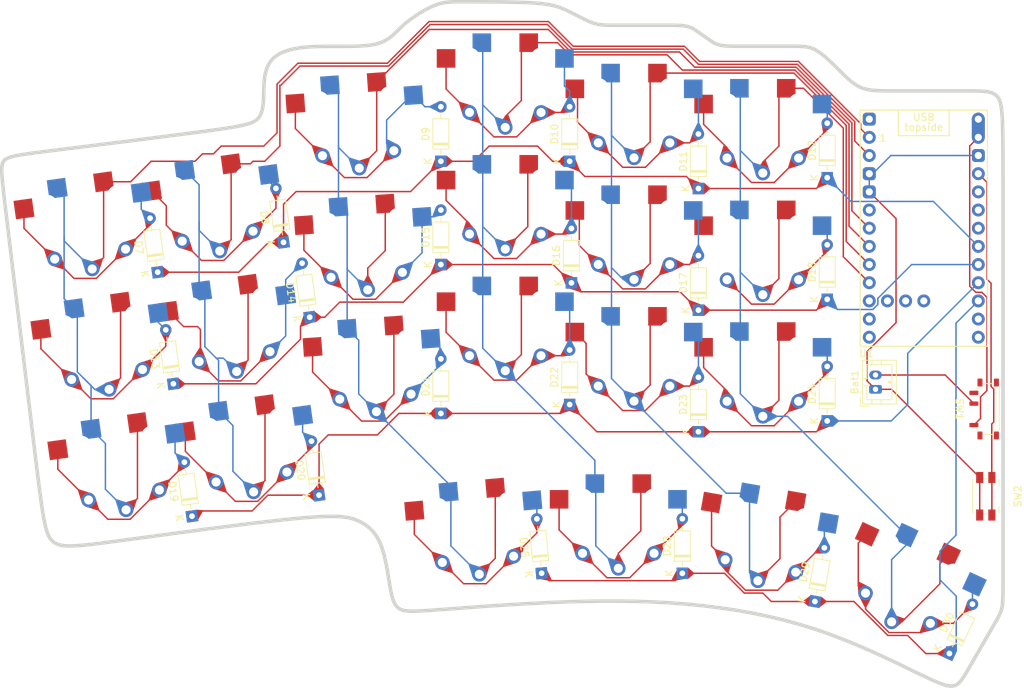
<source format=kicad_pcb>
(kicad_pcb (version 20240108) (generator "pcbnew") (generator_version "8.0")
  (layers (0 "F.Cu" signal) (31 "B.Cu" signal) (34 "B.Paste" user) (35 "F.Paste" user) (36 "B.SilkS" user "B.Silkscreen") (37 "F.SilkS" user "F.Silkscreen") (38 "B.Mask" user) (39 "F.Mask" user) (44 "Edge.Cuts" user))
  (net 0 "")
  (net 1 "Col 0")
  (net 2 "Col 1")
  (net 3 "Col 2")
  (net 4 "Col 3")
  (net 5 "Col 4")
  (net 6 "Col 5")
  (net 7 "Net-(D7-A)")
  (net 8 "Net-(D8-A)")
  (net 9 "Net-(D9-A)")
  (net 10 "Net-(D10-A)")
  (net 11 "Net-(D11-A)")
  (net 12 "Net-(D12-A)")
  (net 13 "Net-(D13-A)")
  (net 14 "Net-(D14-A)")
  (net 15 "Net-(D15-A)")
  (net 16 "Net-(D16-A)")
  (net 17 "Net-(D17-A)")
  (net 18 "Net-(D18-A)")
  (net 19 "Net-(D19-A)")
  (net 20 "Net-(D20-A)")
  (net 21 "Net-(D21-A)")
  (net 22 "Net-(D22-A)")
  (net 23 "Net-(D23-A)")
  (net 24 "Net-(D24-A)")
  (net 25 "Net-(D28-A)")
  (net 26 "Net-(D29-A)")
  (net 27 "Net-(D30-A)")
  (net 28 "Row 1")
  (net 29 "Row 2")
  (net 30 "Row 3")
  (net 31 "Row 0")
  (net 32 "Net-(D25-A)")
  (net 37 "RST")
  (net 38 "GND")
  (net 48 "BAT")
  (net 49 "Net-(Bat1-Pin_2)")
  (footprint "sighol:Kailh_socket_PG1350_optional_reversible_clean" (layer "F.Cu") (at 135.06561 117.607)
    (property "Reference" "CH28")
    (property "Value" "KS33_SW_HS")
  )
  (footprint "sighol:Kailh_socket_PG1350_optional_reversible_clean" (layer "F.Cu") (at 78.533114 73.312886 8)
    (property "Reference" "CH8")
    (property "Value" "KS33_SW_HS")
  )
  (footprint "Connector_JST:JST_PH_B2B-PH-K_1x02_P2.00mm_Vertical" (layer "F.Cu") (at 171.015 98.482 90)
    (property "Reference" "Bat1")
    (property "Value" "Battery")
  )
  (footprint "sighol:Kailh_socket_PG1350_optional_reversible_clean" (layer "F.Cu") (at 155.265 96.357)
    (property "Reference" "CH24")
    (property "Value" "KS33_SW_HS")
  )
  (footprint "sighol:D_DO-35_SOD27_P7.62mm_Horizontal" (layer "F.Cu") (at 146.265 70.417 90)
    (property "Reference" "D11")
    (property "Value" "D_Small")
  )
  (footprint "sighol:Kailh_socket_PG1350_optional_reversible_clean" (layer "F.Cu") (at 137.265 94.232)
    (property "Reference" "CH23")
    (property "Value" "KS33_SW_HS")
  )
  (footprint "sighol:D_DO-35_SOD27_P7.62mm_Horizontal" (layer "F.Cu") (at 128.265 66.607 90)
    (property "Reference" "D10")
    (property "Value" "D_Small")
  )
  (footprint "sighol:Kailh_socket_PG1350_optional_reversible_clean" (layer "F.Cu") (at 175.759692 125.635943 -25)
    (property "Reference" "CH30")
    (property "Value" "KS33_SW_HS")
  )
  (footprint "sighol:Kailh_socket_PG1350_optional_reversible_clean" (layer "F.Cu") (at 80.899057 90.147443 8)
    (property "Reference" "CH14")
    (property "Value" "KS33_SW_HS")
  )
  (footprint "sighol:Kailh_socket_PG1350_optional_reversible_clean" (layer "F.Cu") (at 155.265 62.357)
    (property "Reference" "CH12")
    (property "Value" "KS33_SW_HS")
  )
  (footprint "sighol:Kailh_socket_PG1350_optional_reversible_clean" (layer "F.Cu") (at 137.265 60.232)
    (property "Reference" "CH11")
    (property "Value" "KS33_SW_HS")
  )
  (footprint "sighol:D_DO-35_SOD27_P7.62mm_Horizontal" (layer "F.Cu") (at 144.015 124.196542 90)
    (property "Reference" "D28")
    (property "Value" "D_Small")
  )
  (footprint "sighol:D_DO-35_SOD27_P7.62mm_Horizontal" (layer "F.Cu") (at 164.265 102.902 90)
    (property "Reference" "D24")
    (property "Value" "D_Small")
  )
  (footprint "sighol:Kailh_socket_PG1350_optional_reversible_clean" (layer "F.Cu") (at 98.443544 61.687463 4)
    (property "Reference" "CH9")
    (property "Value" "KS33_SW_HS")
  )
  (footprint "sighol:Kailh_socket_PG1350_optional_reversible_clean" (layer "F.Cu") (at 63.074232 92.652559 8)
    (property "Reference" "CH13")
    (property "Value" "KS33_SW_HS")
  )
  (footprint "sighol:Kailh_socket_PG1350_optional_reversible_clean" (layer "F.Cu") (at 137.265 77.232)
    (property "Reference" "CH17")
    (property "Value" "KS33_SW_HS")
  )
  (footprint "sighol:D_DO-35_SOD27_P7.62mm_Horizontal" (layer "F.Cu") (at 93.237911 113.275285 98)
    (property "Reference" "D20")
    (property "Value" "D_Small")
  )
  (footprint "sighol:D_DO-35_SOD27_P7.62mm_Horizontal" (layer "F.Cu") (at 181.344825 135.414575 65)
    (property "Reference" "D30")
    (property "Value" "D_Small")
  )
  (footprint "sighol:Kailh_socket_PG1350_optional_reversible_clean" (layer "F.Cu") (at 83.265 106.982 8)
    (property "Reference" "CH20")
    (property "Value" "KS33_SW_HS")
  )
  (footprint "PCM_marbastlib-xp-promicroish:nice_nano_AH_USBup" (layer "F.Cu") (at 177.765 77.232)
    (property "Reference" "U1")
    (property "Value" "nice_nano")
  )
  (footprint "sighol:D_DO-35_SOD27_P7.62mm_Horizontal" (layer "F.Cu") (at 164.265 85.902 90)
    (property "Reference" "D18")
    (property "Value" "D_Small")
  )
  (footprint "sighol:Kailh_socket_PG1350_optional_reversible_clean" (layer "F.Cu") (at 60.708289 75.818001 8)
    (property "Reference" "CH7")
    (property "Value" "KS33_SW_HS")
  )
  (footprint "sighol:D_DO-35_SOD27_P7.62mm_Horizontal" (layer "F.Cu") (at 91.930447 88.399816 98)
    (property "Reference" "D14")
    (property "Value" "D_Small")
  )
  (footprint "PCM_marbastlib-various:SW_MSK12C02-HB" (layer "F.Cu") (at 186.765 101.232 -90)
    (property "Reference" "SW1")
    (property "Value" "SW_DIP_x01")
  )
  (footprint "sighol:Kailh_socket_PG1350_optional_reversible_clean" (layer "F.Cu") (at 119.265 55.982)
    (property "Reference" "CH10")
    (property "Value" "KS33_SW_HS")
  )
  (footprint "sighol:D_DO-35_SOD27_P7.62mm_Horizontal" (layer "F.Cu") (at 146.265 104.417 90)
    (property "Reference" "D23")
    (property "Value" "D_Small")
  )
  (footprint "sighol:D_DO-35_SOD27_P7.62mm_Horizontal" (layer "F.Cu") (at 88.271519 77.937569 98)
    (property "Reference" "D8")
    (property "Value" "D_Small")
  )
  (footprint "sighol:D_DO-35_SOD27_P7.62mm_Horizontal" (layer "F.Cu") (at 110.265 66.607 90)
    (property "Reference" "D9")
    (property "Value" "D_Small")
  )
  (footprint "sighol:Kailh_socket_PG1350_optional_reversible_clean" (layer "F.Cu") (at 100.845864 95.718366 4)
    (property "Reference" "CH21")
    (property "Value" "KS33_SW_HS")
  )
  (footprint "sighol:Kailh_socket_PG1350_optional_reversible_clean" (layer "F.Cu") (at 119.265 89.982)
    (property "Reference" "CH22")
    (property "Value" "KS33_SW_HS")
  )
  (footprint "sighol:Kailh_socket_PG1350_optional_reversible_clean" (layer "F.Cu") (at 155.265 79.357)
    (property "Reference" "CH18")
    (property "Value" "KS33_SW_HS")
  )
  (footprint "sighol:Kailh_socket_PG1350_optional_reversible_clean" (layer "F.Cu") (at 155.598557 119.431477 -10)
    (property "Reference" "CH29")
    (property "Value" "KS33_SW_HS")
  )
  (footprint "sighol:D_DO-35_SOD27_P7.62mm_Horizontal" (layer "F.Cu") (at 72.873873 97.71296 98)
    (property "Reference" "D13")
    (property "Value" "D_Small")
  )
  (footprint "sighol:Kailh_socket_PG1350_optional_reversible_clean" (layer "F.Cu") (at 119.265 72.982)
    (property "Reference" "CH16")
    (property "Value" "KS33_SW_HS")
  )
  (footprint "sighol:D_DO-35_SOD27_P7.62mm_Horizontal" (layer "F.Cu") (at 162.543401 128.138657 80)
    (property "Reference" "D29")
    (property "Value" "D_Small")
  )
  (footprint "sighol:D_DO-35_SOD27_P7.62mm_Horizontal" (layer "F.Cu") (at 128.265 100.607 90)
    (property "Reference" "D22")
    (property "Value" "D_Small")
  )
  (footprint "sighol:D_DO-35_SOD27_P7.62mm_Horizontal" (layer "F.Cu") (at 110.265 81.042 90)
    (property "Reference" "D15")
    (property "Value" "D_Small")
  )
  (footprint "sighol:D_DO-35_SOD27_P7.62mm_Horizontal" (layer "F.Cu") (at 70.681201 82.111286 98)
    (property "Reference" "D7")
    (property "Value" "D_Small")
  )
  (footprint "sighol:D_DO-35_SOD27_P7.62mm_Horizontal" (layer "F.Cu") (at 164.265 68.902 90)
    (property "Reference" "D12")
    (property "Value" "D_Small")
  )
  (footprint "sighol:D_DO-35_SOD27_P7.62mm_Horizontal" (layer "F.Cu") (at 124.347064 124.182044 95)
    (property "Reference" "D25")
    (property "Value" "D_Small")
  )
  (footprint "sighol:D_DO-35_SOD27_P7.62mm_Horizontal" (layer "F.Cu") (at 75.474322 116.216118 98)
    (property "Reference" "D19")
    (property "Value" "D_Small")
  )
  (footprint "Button_Switch_SMD:Panasonic_EVQPUJ_EVQPUA" (layer "F.Cu") (at 186.43 113.432 -90)
    (property "Reference" "SW2")
    (property "Value" "SW_Push")
  )
  (footprint "sighol:D_DO-35_SOD27_P7.62mm_Horizontal" (layer "F.Cu") (at 146.265 87.417 90)
    (property "Reference" "D17")
    (property "Value" "D_Small")
  )
  (footprint "sighol:Kailh_socket_PG1350_optional_reversible_clean" (layer "F.Cu") (at 99.636458 78.693867 4)
    (property "Reference" "CH15")
    (property "Value" "KS33_SW_HS")
  )
  (footprint "sighol:D_DO-35_SOD27_P7.62mm_Horizontal" (layer "F.Cu") (at 110.265 101.852 90)
    (property "Reference" "D21")
    (property "Value" "D_Small")
  )
  (footprint "sighol:Kailh_socket_PG1350_optional_reversible_clean" (layer "F.Cu") (at 115.121654 118.460427 5)
    (property "Reference" "CH25")
    (property "Value" "KS33_SW_HS")
  )
  (footprint "sighol:Kailh_socket_PG1350_optional_reversible_clean" (layer "F.Cu") (at 65.440174 109.487116 8)
    (property "Reference" "CH19")
    (property "Value" "KS33_SW_HS")
  )
  (footprint "sighol:D_DO-35_SOD27_P7.62mm_Horizontal" (layer "F.Cu") (at 128.515 83.607 90)
    (property "Reference" "D16")
    (property "Value" "D_Small")
  )
  (gr_poly (pts (xy 114.053427 44.318325) (xy 118.555551 44.338908) (xy 120.96838 44.382081) (xy 122.087912 44.4197) (xy 123.101019 44.470982) (xy 123.980669 44.537872) (xy 124.373122 44.577468) (xy 124.737295 44.621269) (xy 125.075662 44.669352) (xy 125.390699 44.721797) (xy 125.684881 44.778679) (xy 125.960683 44.840079) (xy 126.220581 44.906072) (xy 126.467049 44.976739) (xy 126.702563 45.052155) (xy 126.929599 45.1324) (xy 127.368135 45.307686) (xy 127.802458 45.50322) (xy 128.248165 45.718331) (xy 128.704074 45.947181) (xy 129.624968 46.41758) (xy 130.079188 46.64487) (xy 130.522081 46.857382) (xy 130.948263 47.047986) (xy 131.153407 47.132845) (xy 131.352354 47.209553) (xy 131.54489 47.277462) (xy 131.732628 47.336895) (xy 131.917641 47.388415) (xy 132.102 47.432589) (xy 132.28778 47.469981) (xy 132.477051 47.501157) (xy 132.671886 47.526682) (xy 132.874357 47.547121) (xy 133.086538 47.563039) (xy 133.3105 47.575) (xy 133.802057 47.589317) (xy 134.365607 47.594591) (xy 135.017729 47.595345) (xy 141.817992 47.595345) (xy 142.496239 47.596298) (xy 143.088263 47.602971) (xy 143.607043 47.621082) (xy 143.843025 47.636215) (xy 144.065563 47.656352) (xy 144.276282 47.682209) (xy 144.476804 47.7145) (xy 144.668752 47.753941) (xy 144.853748 47.801245) (xy 145.033415 47.857129) (xy 145.209376 47.922307) (xy 145.383253 47.997494) (xy 145.556669 48.083405) (xy 148.384764 50.035591) (xy 148.55797 50.1215) (xy 148.731629 50.196686) (xy 148.907383 50.261862) (xy 149.086872 50.317745) (xy 149.271737 50.365048) (xy 149.46362 50.404487) (xy 149.664161 50.436778) (xy 149.875002 50.462634) (xy 150.097784 50.482771) (xy 150.334148 50.497903) (xy 150.585735 50.508746) (xy 150.854186 50.516014) (xy 151.448245 50.522687) (xy 152.129454 50.52364) (xy 159.00955 50.52364) (xy 159.681527 50.524822) (xy 160.266141 50.533095) (xy 160.77842 50.555549) (xy 161.012131 50.574311) (xy 161.233395 50.599277) (xy 161.44409 50.631334) (xy 161.646094 50.671368) (xy 161.841288 50.720266) (xy 162.031548 50.778914) (xy 162.218754 50.848199) (xy 162.404786 50.929006) (xy 162.59152 51.022223) (xy 162.780836 51.128735) (xy 162.974209 51.249091) (xy 163.171515 51.382495) (xy 163.372229 51.527814) (xy 163.575827 51.683915) (xy 163.781781 51.849664) (xy 163.989568 52.02393) (xy 164.408535 52.393476) (xy 164.828526 52.783491) (xy 165.245338 53.184908) (xy 166.052611 53.985699) (xy 166.436129 54.367928) (xy 166.808445 54.731221) (xy 167.174153 55.072435) (xy 167.355965 55.23378) (xy 167.537846 55.388428) (xy 167.720371 55.535984) (xy 167.904115 55.676057) (xy 168.089652 55.808253) (xy 168.277554 55.93218) (xy 168.468398 56.047445) (xy 168.662756 56.153654) (xy 168.861204 56.250416) (xy 169.064314 56.337338) (xy 169.272857 56.414199) (xy 169.488385 56.481465) (xy 169.712651 56.539777) (xy 169.947404 56.589774) (xy 170.194395 56.632095) (xy 170.455375 56.66738) (xy 170.732094 56.69627) (xy 171.026304 56.719403) (xy 171.339756 56.737418) (xy 171.674199 56.750957) (xy 172.413063 56.767161) (xy 173.256903 56.773131) (xy 174.219725 56.773983) (xy 183.78813 56.773983) (xy 184.72262 56.776124) (xy 185.528391 56.791112) (xy 185.886267 56.807438) (xy 186.215874 56.831793) (xy 186.518515 56.865782) (xy 186.795496 56.911012) (xy 187.048119 56.969089) (xy 187.277688 57.041618) (xy 187.485507 57.130206) (xy 187.672878 57.236457) (xy 187.841107 57.361978) (xy 187.991496 57.508374) (xy 188.12535 57.677252) (xy 188.243971 57.870217) (xy 188.348591 58.090407) (xy 188.440151 58.347092) (xy 188.519523 58.651078) (xy 188.587577 59.013168) (xy 188.645183 59.444167) (xy 188.693212 59.954881) (xy 188.732535 60.556112) (xy 188.764023 61.258666) (xy 188.788546 62.073347) (xy 188.806974 63.01096) (xy 188.82903 65.2982) (xy 188.837155 68.206822) (xy 188.838316 71.823262) (xy 188.838316 125.672924) (xy 188.836262 126.66331) (xy 188.831385 127.111) (xy 188.821886 127.52773) (xy 188.806227 127.914033) (xy 188.782865 128.270439) (xy 188.750262 128.59748) (xy 188.706877 128.895687) (xy 188.680577 129.034458) (xy 188.650509 129.16812) (xy 188.615985 129.298641) (xy 188.576316 129.427987) (xy 188.530815 129.558127) (xy 188.478793 129.691027) (xy 188.419562 129.828656) (xy 188.352434 129.972981) (xy 188.276722 130.125969) (xy 188.191737 130.289587) (xy 187.991195 130.656586) (xy 187.745305 131.089716) (xy 187.448561 131.604718) (xy 184.154905 137.309491) (xy 183.814939 137.895784) (xy 183.51164 138.403282) (xy 183.370534 138.628258) (xy 183.234749 138.834466) (xy 183.103001 139.022215) (xy 182.974009 139.191815) (xy 182.846489 139.343576) (xy 182.719161 139.47781) (xy 182.590741 139.594825) (xy 182.459947 139.694931) (xy 182.325497 139.77844) (xy 182.186109 139.84566) (xy 182.0405 139.896902) (xy 181.887388 139.932476) (xy 181.807597 139.944465) (xy 181.725314 139.952542) (xy 181.640241 139.956637) (xy 181.552083 139.956676) (xy 181.365324 139.944305) (xy 181.162665 139.914853) (xy 180.941734 139.867748) (xy 180.700158 139.802415) (xy 180.435566 139.718281) (xy 180.145584 139.614771) (xy 179.827842 139.491312) (xy 179.479966 139.34733) (xy 179.099585 139.18225) (xy 178.684327 138.995499) (xy 177.739688 138.554688) (xy 176.627073 138.020306) (xy 173.871664 136.686616) (xy 172.259167 135.925067) (xy 170.514466 135.128395) (xy 168.655801 134.317612) (xy 166.701417 133.513727) (xy 164.669556 132.737751) (xy 163.630272 132.366794) (xy 162.578459 132.010693) (xy 160.443953 131.349722) (xy 158.272126 130.756621) (xy 156.066619 130.22932) (xy 153.831068 129.765751) (xy 151.569113 129.363846) (xy 149.284393 129.021536) (xy 146.980544 128.736753) (xy 144.661207 128.507427) (xy 142.329824 128.331185) (xy 139.988983 128.204422) (xy 137.641044 128.12323) (xy 135.288366 128.083699) (xy 132.933306 128.081918) (xy 130.578225 128.11398) (xy 128.225481 128.175973) (xy 125.877432 128.263989) (xy 121.239689 128.500393) (xy 116.857717 128.781716) (xy 109.770743 129.305004) (xy 108.505503 129.395877) (xy 107.45103 129.459827) (xy 106.58357 129.491348) (xy 106.212546 129.493228) (xy 105.879368 129.484936) (xy 105.581066 129.465785) (xy 105.31467 129.435085) (xy 105.077212 129.392149) (xy 104.865723 129.33629) (xy 104.677232 129.266818) (xy 104.508771 129.183045) (xy 104.35737 129.084284) (xy 104.220061 128.969845) (xy 104.155807 128.906556) (xy 104.094238 128.839234) (xy 104.035257 128.767937) (xy 103.978767 128.692722) (xy 103.872874 128.530771) (xy 103.77579 128.353844) (xy 103.686741 128.162404) (xy 103.604957 127.956913) (xy 103.529665 127.737835) (xy 103.460095 127.505631) (xy 103.395474 127.260765) (xy 103.33503 127.003698) (xy 103.277993 126.734895) (xy 103.22359 126.454817) (xy 103.119601 125.862689) (xy 103.01689 125.231015) (xy 102.793976 123.874148) (xy 102.666066 123.170515) (xy 102.522328 122.46531) (xy 102.359116 121.769952) (xy 102.26907 121.429534) (xy 102.172788 121.095862) (xy 102.069816 120.770361) (xy 101.959697 120.45446) (xy 101.841977 120.149586) (xy 101.7162 119.857167) (xy 101.581999 119.578332) (xy 101.439358 119.313018) (xy 101.28835 119.060861) (xy 101.129047 118.821499) (xy 100.961521 118.594568) (xy 100.785845 118.379705) (xy 100.602091 118.176547) (xy 100.410331 117.98473) (xy 100.210638 117.803892) (xy 100.003083 117.633669) (xy 99.787739 117.473698) (xy 99.564679 117.323616) (xy 99.333974 117.18306) (xy 99.095697 117.051667) (xy 98.849921 116.929073) (xy 98.596716 116.814915) (xy 98.335121 116.709016) (xy 98.060024 116.61194) (xy 97.765276 116.524438) (xy 97.444729 116.447259) (xy 97.092234 116.381152) (xy 96.701643 116.32687) (xy 96.266806 116.28516) (xy 95.781575 116.256774) (xy 95.239802 116.242461) (xy 94.635336 116.242972) (xy 93.962031 116.259056) (xy 93.213736 116.291463) (xy 92.384304 116.340943) (xy 91.467585 116.408247) (xy 90.457431 116.494123) (xy 89.347693 116.599324) (xy 83.993025 117.197619) (xy 77.771151 117.980686) (xy 66.02281 119.555653) (xy 61.955693 120.090236) (xy 60.426268 120.25979) (xy 59.180388 120.356964) (xy 58.651463 120.376717) (xy 58.178646 120.376345) (xy 57.757012 120.35517) (xy 57.381635 120.312517) (xy 57.047589 120.247706) (xy 56.749948 120.160063) (xy 56.483786 120.048911) (xy 56.244177 119.913571) (xy 56.132864 119.836476) (xy 56.026691 119.752171) (xy 55.925351 119.659632) (xy 55.828534 119.557837) (xy 55.73593 119.445763) (xy 55.64723 119.322387) (xy 55.562126 119.186685) (xy 55.480307 119.037637) (xy 55.401466 118.874218) (xy 55.325291 118.695405) (xy 55.251476 118.500177) (xy 55.179709 118.28751) (xy 55.109683 118.056381) (xy 55.041087 117.805768) (xy 54.973612 117.534647) (xy 54.90695 117.241996) (xy 54.774826 116.588013) (xy 54.642241 115.835636) (xy 54.506722 114.976681) (xy 54.365794 114.002968) (xy 54.216984 112.906313) (xy 54.057819 111.678533) (xy 53.698527 108.796872) (xy 53.698523 108.796879) (xy 49.858828 76.965084) (xy 49.26205 71.994611) (xy 49.071115 70.294958) (xy 48.948468 69.020252) (xy 48.891602 68.096411) (xy 48.898005 67.449355) (xy 48.924148 67.20647) (xy 48.965168 67.005) (xy 49.020751 66.835686) (xy 49.090582 66.689267) (xy 49.130869 66.621908) (xy 49.175357 66.557752) (xy 49.224763 66.496596) (xy 49.279803 66.438234) (xy 49.341195 66.382461) (xy 49.409655 66.329072) (xy 49.485901 66.277863) (xy 49.570649 66.228627) (xy 49.664617 66.181161) (xy 49.768521 66.13526) (xy 49.883079 66.090718) (xy 50.009008 66.04733) (xy 50.147024 66.004892) (xy 50.297845 65.963199) (xy 50.462187 65.922045) (xy 50.640768 65.881226) (xy 50.834305 65.840537) (xy 51.043514 65.799773) (xy 51.511817 65.717199) (xy 52.051415 65.631866) (xy 52.668043 65.542133) (xy 53.367437 65.446361) (xy 54.155333 65.342912) (xy 56.019575 65.106419) (xy 66.567582 63.7905) (xy 77.242254 62.419236) (xy 79.177191 62.151594) (xy 80.7477 61.914206) (xy 81.996366 61.693854) (xy 82.513315 61.585936) (xy 82.965773 61.47732) (xy 83.359061 61.366354) (xy 83.698504 61.251386) (xy 83.989424 61.130764) (xy 84.237144 61.002836) (xy 84.446988 60.865949) (xy 84.624277 60.718451) (xy 84.774336 60.55869) (xy 84.902487 60.385014) (xy 84.959925 60.2925) (xy 85.01337 60.196238) (xy 85.108893 59.993044) (xy 85.190285 59.776576) (xy 85.258771 59.547981) (xy 85.31558 59.308404) (xy 85.361937 59.05899) (xy 85.399071 58.800887) (xy 85.428208 58.53524) (xy 85.450575 58.263193) (xy 85.467399 57.985893) (xy 85.489329 57.420118) (xy 85.520666 56.275944) (xy 85.549261 55.714899) (xy 85.570358 55.439551) (xy 85.597177 55.168192) (xy 85.630612 54.901232) (xy 85.671553 54.639076) (xy 85.720892 54.38213) (xy 85.779522 54.130801) (xy 85.848335 53.885496) (xy 85.928222 53.646622) (xy 86.020076 53.414584) (xy 86.124788 53.18979) (xy 86.243251 52.972645) (xy 86.376356 52.763557) (xy 86.524995 52.562933) (xy 86.690062 52.371178) (xy 86.872378 52.188643) (xy 87.072499 52.015448) (xy 87.290914 51.851657) (xy 87.528111 51.69733) (xy 87.78458 51.552531) (xy 88.060808 51.417321) (xy 88.357284 51.291762) (xy 88.674498 51.175917) (xy 89.012937 51.069847) (xy 89.373092 50.973615) (xy 89.755449 50.887282) (xy 90.160499 50.81091) (xy 90.58873 50.744562) (xy 91.04063 50.6883) (xy 91.516688 50.642186) (xy 92.017393 50.606282) (xy 93.088851 50.563076) (xy 94.22973 50.547804) (xy 96.595384 50.548438) (xy 97.757975 50.538033) (xy 98.865621 50.502939) (xy 99.887229 50.43) (xy 100.356053 50.375228) (xy 100.791708 50.306061) (xy 101.191482 50.221289) (xy 101.557379 50.121439) (xy 101.892584 50.007472) (xy 102.200278 49.880347) (xy 102.483647 49.741027) (xy 102.745875 49.590471) (xy 102.990144 49.42964) (xy 103.219639 49.259494) (xy 103.437543 49.080995) (xy 103.647041 48.895102) (xy 104.053551 48.504978) (xy 104.464639 48.096808) (xy 104.679859 47.888357) (xy 104.905775 47.678276) (xy 105.144779 47.467518) (xy 105.396102 47.256999) (xy 105.658187 47.047625) (xy 105.929476 46.840303) (xy 106.20841 46.635939) (xy 106.493433 46.435439) (xy 106.782985 46.239709) (xy 107.075511 46.049657) (xy 107.369452 45.866188) (xy 107.663249 45.690208) (xy 107.955346 45.522624) (xy 108.244185 45.364343) (xy 108.528207 45.21627) (xy 108.805855 45.079312) (xy 109.075571 44.954375) (xy 109.335798 44.842366) (xy 109.585734 44.74389) (xy 109.827625 44.658355) (xy 110.064479 44.584865) (xy 110.299303 44.522525) (xy 110.535104 44.47044) (xy 110.774889 44.427715) (xy 111.021665 44.393455) (xy 111.27844 44.366764) (xy 111.54822 44.346748) (xy 111.834012 44.332511) (xy 112.138824 44.323158) (xy 112.465663 44.317794) (xy 113.197449 44.315453)) (stroke (width 0.499999)) (fill none) (layer "Edge.Cuts"))
  (segment (start 160.252743 52.657) (end 168.945 61.349257) (width 0.2) (layer "F.Cu") (net 1))
  (segment (start 61.52941 81.660583) (end 63.123337 80.066656) (width 0.2) (layer "F.Cu") (net 1))
  (segment (start 146.430686 52.657) (end 160.252743 52.657) (width 0.2) (layer "F.Cu") (net 1))
  (segment (start 87.365 55.816315) (end 90.283649 52.897666) (width 0.2) (layer "F.Cu") (net 1))
  (segment (start 75.90253 66.607) (end 76.938739 65.570791) (width 0.2) (layer "F.Cu") (net 1))
  (segment (start 90.283649 52.897666) (end 102.789981 52.897666) (width 0.2) (layer "F.Cu") (net 1))
  (segment (start 144.305685 50.532) (end 146.265 52.491315) (width 0.2) (layer "F.Cu") (net 1))
  (segment (start 65.48928 96.901214) (end 65.48928 86.304672) (width 0.2) (layer "F.Cu") (net 1))
  (segment (start 63.123337 80.066656) (end 63.123337 69.470114) (width 0.2) (layer "F.Cu") (net 1))
  (segment (start 76.938739 65.570791) (end 78.471329 65.570791) (width 0.2) (layer "F.Cu") (net 1))
  (segment (start 85.515 64.482) (end 87.365 62.632) (width 0.2) (layer "F.Cu") (net 1))
  (segment (start 102.789981 52.897666) (end 108.605647 47.082) (width 0.2) (layer "F.Cu") (net 1))
  (segment (start 63.895353 98.495141) (end 65.48928 96.901214) (width 0.2) (layer "F.Cu") (net 1))
  (segment (start 69.765 66.607) (end 75.90253 66.607) (width 0.2) (layer "F.Cu") (net 1))
  (segment (start 108.605647 47.082) (end 125.312058 47.082) (width 0.2) (layer "F.Cu") (net 1))
  (segment (start 146.265 52.491315) (end 146.430686 52.657) (width 0.2) (layer "F.Cu") (net 1))
  (segment (start 66.261295 115.329698) (end 67.855222 113.735771) (width 0.2) (layer "F.Cu") (net 1))
  (segment (start 125.312058 47.082) (end 128.762058 50.532) (width 0.2) (layer "F.Cu") (net 1))
  (segment (start 168.945 61.349257) (end 168.945 62.062) (width 0.2) (layer "F.Cu") (net 1))
  (segment (start 63.123337 69.470114) (end 66.901886 69.470114) (width 0.2) (layer "F.Cu") (net 1))
  (segment (start 78.471329 65.570791) (end 79.56012 64.482) (width 0.2) (layer "F.Cu") (net 1))
  (segment (start 87.365 62.632) (end 87.365 55.816315) (width 0.2) (layer "F.Cu") (net 1))
  (segment (start 66.901886 69.470114) (end 69.765 66.607) (width 0.2) (layer "F.Cu") (net 1))
  (segment (start 168.945 62.062) (end 170.145 63.262) (width 0.2) (layer "F.Cu") (net 1))
  (segment (start 79.56012 64.482) (end 85.515 64.482) (width 0.2) (layer "F.Cu") (net 1))
  (segment (start 128.762058 50.532) (end 144.305685 50.532) (width 0.2) (layer "F.Cu") (net 1))
  (segment (start 67.855222 113.735771) (end 67.855222 103.139229) (width 0.2) (layer "F.Cu") (net 1))
  (segment (start 57.601806 85.815038) (end 59.003024 87.216256) (width 0.2) (layer "B.Cu") (net 1))
  (segment (start 63.375674 106.057521) (end 61.368966 104.050813) (width 0.2) (layer "B.Cu") (net 1))
  (segment (start 59.450994 87.664226) (end 59.450994 96.049582) (width 0.2) (layer "B.Cu") (net 1))
  (segment (start 60.261706 96.860294) (end 61.368966 97.967554) (width 0.2) (layer "B.Cu") (net 1))
  (segment (start 61.368966 97.967554) (end 61.368966 104.050813) (width 0.2) (layer "B.Cu") (net 1))
  (segment (start 59.003024 87.216256) (end 59.450994 87.664226) (width 0.2) (layer "B.Cu") (net 1))
  (segment (start 61.896553 98.495141) (end 60.261706 96.860294) (width 0.2) (layer "B.Cu") (net 1))
  (segment (start 63.895353 98.495141) (end 61.896553 98.495141) (width 0.2) (layer "B.Cu") (net 1))
  (segment (start 59.450994 96.049582) (end 60.261706 96.860294) (width 0.2) (layer "B.Cu") (net 1))
  (segment (start 57.601806 77.232) (end 57.601806 85.815038) (width 0.2) (layer "B.Cu") (net 1))
  (segment (start 63.375674 112.444077) (end 63.375674 106.057521) (width 0.2) (layer "B.Cu") (net 1))
  (segment (start 61.52941 81.660583) (end 57.601806 77.732979) (width 0.2) (layer "B.Cu") (net 1))
  (segment (start 57.601806 77.732979) (end 57.601806 77.232) (width 0.2) (layer "B.Cu") (net 1))
  (segment (start 56.637081 70.381698) (end 57.601806 71.346423) (width 0.2) (layer "B.Cu") (net 1))
  (segment (start 57.601806 71.346423) (end 57.601806 77.232) (width 0.2) (layer "B.Cu") (net 1))
  (segment (start 66.261295 115.329698) (end 63.375674 112.444077) (width 0.2) (layer "B.Cu") (net 1))
  (segment (start 87.89 55.982) (end 90.574334 53.297666) (width 0.2) (layer "F.Cu") (net 2))
  (segment (start 83.314105 94.396098) (end 83.314105 83.799556) (width 0.2) (layer "F.Cu") (net 2))
  (segment (start 125.146372 47.482) (end 128.596372 50.932) (width 0.2) (layer "F.Cu") (net 2))
  (segment (start 108.771333 47.482) (end 125.146372 47.482) (width 0.2) (layer "F.Cu") (net 2))
  (segment (start 79.354235 79.155468) (end 80.948162 77.561541) (width 0.2) (layer "F.Cu") (net 2))
  (segment (start 85.64 66.607) (end 87.765 64.482) (width 0.2) (layer "F.Cu") (net 2))
  (segment (start 102.955667 53.297666) (end 108.771333 47.482) (width 0.2) (layer "F.Cu") (net 2))
  (segment (start 168.115 63.772) (end 170.145 65.802) (width 0.2) (layer "F.Cu") (net 2))
  (segment (start 85.680048 111.230655) (end 85.680048 100.634113) (width 0.2) (layer "F.Cu") (net 2))
  (segment (start 168.115 61.084942) (end 168.115 63.772) (width 0.2) (layer "F.Cu") (net 2))
  (segment (start 87.765 64.482) (end 87.765 55.982) (width 0.2) (layer "F.Cu") (net 2))
  (segment (start 80.948162 77.561541) (end 80.948162 66.964999) (width 0.2) (layer "F.Cu") (net 2))
  (segment (start 83.640334 66.964999) (end 83.998333 66.607) (width 0.2) (layer "F.Cu") (net 2))
  (segment (start 83.998333 66.607) (end 85.64 66.607) (width 0.2) (layer "F.Cu") (net 2))
  (segment (start 81.720178 95.990025) (end 83.314105 94.396098) (width 0.2) (layer "F.Cu") (net 2))
  (segment (start 146.265 53.057) (end 160.087058 53.057) (width 0.2) (layer "F.Cu") (net 2))
  (segment (start 80.948162 66.964999) (end 83.640334 66.964999) (width 0.2) (layer "F.Cu") (net 2))
  (segment (start 84.086121 112.824582) (end 85.680048 111.230655) (width 0.2) (layer "F.Cu") (net 2))
  (segment (start 160.087058 53.057) (end 168.115 61.084942) (width 0.2) (layer "F.Cu") (net 2))
  (segment (start 144.14 50.932) (end 146.265 53.057) (width 0.2) (layer "F.Cu") (net 2))
  (segment (start 87.765 55.982) (end 87.89 55.982) (width 0.2) (layer "F.Cu") (net 2))
  (segment (start 90.574334 53.297666) (end 102.955667 53.297666) (width 0.2) (layer "F.Cu") (net 2))
  (segment (start 128.596372 50.932) (end 144.14 50.932) (width 0.2) (layer "F.Cu") (net 2))
  (segment (start 79.855497 94.125344) (end 78.871656 94.125344) (width 0.2) (layer "B.Cu") (net 2))
  (segment (start 76.468614 69.883291) (end 76.468614 75.107) (width 0.2) (layer "B.Cu") (net 2))
  (segment (start 77.275819 92.529508) (end 78.871656 94.125344) (width 0.2) (layer "B.Cu") (net 2))
  (segment (start 81.720178 95.990025) (end 79.855497 94.125344) (width 0.2) (layer "B.Cu") (net 2))
  (segment (start 79.354235 79.155468) (end 76.468614 76.269847) (width 0.2) (layer "B.Cu") (net 2))
  (segment (start 81.2005 103.552405) (end 79.193792 101.545697) (width 0.2) (layer "B.Cu") (net 2))
  (segment (start 81.2005 109.938961) (end 81.2005 103.552405) (width 0.2) (layer "B.Cu") (net 2))
  (segment (start 77.275819 85.15911) (end 77.275819 92.529508) (width 0.2) (layer "B.Cu") (net 2))
  (segment (start 84.086121 112.824582) (end 81.2005 109.938961) (width 0.2) (layer "B.Cu") (net 2))
  (segment (start 79.193792 94.447481) (end 79.193792 101.545697) (width 0.2) (layer "B.Cu") (net 2))
  (segment (start 76.827849 84.71114) (end 77.275819 85.15911) (width 0.2) (layer "B.Cu") (net 2))
  (segment (start 78.871656 94.125344) (end 79.193792 94.447481) (width 0.2) (layer "B.Cu") (net 2))
  (segment (start 76.468614 75.107) (end 76.468614 84.351905) (width 0.2) (layer "B.Cu") (net 2))
  (segment (start 76.468614 84.351905) (end 76.827849 84.71114) (width 0.2) (layer "B.Cu") (net 2))
  (segment (start 76.468614 76.269847) (end 76.468614 75.107) (width 0.2) (layer "B.Cu") (net 2))
  (segment (start 74.461906 67.876583) (end 76.468614 69.883291) (width 0.2) (layer "B.Cu") (net 2))
  (segment (start 145.74 53.457) (end 159.921372 53.457) (width 0.2) (layer "F.Cu") (net 3))
  (segment (start 101.257427 101.603994) (end 103.697835 99.163586) (width 0.2) (layer "F.Cu") (net 3))
  (segment (start 103.697835 99.163586) (end 103.697835 89.554407) (width 0.2) (layer "F.Cu") (net 3))
  (segment (start 117.865615 122.108234) (end 117.865615 112.247633) (width 0.2) (layer "F.Cu") (net 3))
  (segment (start 108.637019 48.182) (end 125.280686 48.182) (width 0.2) (layer "F.Cu") (net 3))
  (segment (start 101.295515 55.523504) (end 108.637019 48.182) (width 0.2) (layer "F.Cu") (net 3))
  (segment (start 100.048021 81.535184) (end 102.488429 79.094776) (width 0.2) (layer "F.Cu") (net 3))
  (segment (start 102.488429 79.094776) (end 102.488429 72.529908) (width 0.2) (layer "F.Cu") (net 3))
  (segment (start 98.855107 67.573091) (end 101.295515 65.132683) (width 0.2) (layer "F.Cu") (net 3))
  (segment (start 128.430686 51.332) (end 143.615 51.332) (width 0.2) (layer "F.Cu") (net 3))
  (segment (start 159.921372 53.457) (end 167.715 61.250628) (width 0.2) (layer "F.Cu") (net 3))
  (segment (start 167.715 73.532) (end 170.145 75.962) (width 0.2) (layer "F.Cu") (net 3))
  (segment (start 115.635873 124.337976) (end 117.865615 122.108234) (width 0.2) (layer "F.Cu") (net 3))
  (segment (start 100.048021 84.579495) (end 100.048021 81.535184) (width 0.2) (layer "F.Cu") (net 3))
  (segment (start 125.280686 48.182) (end 128.430686 51.332) (width 0.2) (layer "F.Cu") (net 3))
  (segment (start 167.715 61.250628) (end 167.715 73.532) (width 0.2) (layer "F.Cu") (net 3))
  (segment (start 143.615 51.332) (end 145.74 53.457) (width 0.2) (layer "F.Cu") (net 3))
  (segment (start 101.295515 65.132683) (end 101.295515 55.523504) (width 0.2) (layer "F.Cu") (net 3))
  (segment (start 111.34054 112.818504) (end 111.34054 111.687107) (width 0.2) (layer "B.Cu") (net 3))
  (segment (start 97.163791 81.695265) (end 97.163791 81.482) (width 0.2) (layer "B.Cu") (net 3))
  (segment (start 111.663843 120.365946) (end 111.663843 113.141807) (width 0.2) (layer "B.Cu") (net 3))
  (segment (start 115.635873 124.337976) (end 111.663843 120.365946) (width 0.2) (layer "B.Cu") (net 3))
  (segment (start 98.781364 99.127931) (end 98.781364 91.628885) (width 0.2) (layer "B.Cu") (net 3))
  (segment (start 95.954385 64.672369) (end 95.954385 64.482) (width 0.2) (layer "B.Cu") (net 3))
  (segment (start 95.954385 64.482) (end 95.954385 72.986813) (width 0.2) (layer "B.Cu") (net 3))
  (segment (start 111.663843 113.141807) (end 111.34054 112.818504) (width 0.2) (layer "B.Cu") (net 3))
  (segment (start 97.163791 74.196219) (end 97.163791 81.482) (width 0.2) (layer "B.Cu") (net 3))
  (segment (start 100.048021 84.579495) (end 97.163791 81.695265) (width 0.2) (layer "B.Cu") (net 3))
  (segment (start 97.163791 81.482) (end 97.163791 90.011312) (width 0.2) (layer "B.Cu") (net 3))
  (segment (start 101.257427 101.603994) (end 98.781364 99.127931) (width 0.2) (layer "B.Cu") (net 3))
  (segment (start 94.761471 55.980409) (end 95.954385 57.173323) (width 0.2) (layer "B.Cu") (net 3))
  (segment (start 111.34054 111.687107) (end 101.257427 101.603994) (width 0.2) (layer "B.Cu") (net 3))
  (segment (start 95.954385 72.986813) (end 97.163791 74.196219) (width 0.2) (layer "B.Cu") (net 3))
  (segment (start 98.855107 67.573091) (end 95.954385 64.672369) (width 0.2) (layer "B.Cu") (net 3))
  (segment (start 95.954385 57.173323) (end 95.954385 64.482) (width 0.2) (layer "B.Cu") (net 3))
  (segment (start 98.781364 91.628885) (end 97.163791 90.011312) (width 0.2) (layer "B.Cu") (net 3))
  (segment (start 119.265 61.882) (end 119.265 60.357) (width 0.2) (layer "F.Cu") (net 4))
  (segment (start 122.415 75.732) (end 122.415 67.157) (width 0.2) (layer "F.Cu") (net 4))
  (segment (start 159.755686 53.857) (end 167.315 61.416314) (width 0.2) (layer "F.Cu") (net 4))
  (segment (start 135.06561 121.408671) (end 138.21561 118.258671) (width 0.2) (layer "F.Cu") (net 4))
  (segment (start 138.21561 118.258671) (end 138.21561 111.782) (width 0.2) (layer "F.Cu") (net 4))
  (segment (start 119.265 95.882) (end 121.515 93.632) (width 0.2) (layer "F.Cu") (net 4))
  (segment (start 135.06561 123.507) (end 135.06561 121.408671) (width 0.2) (layer "F.Cu") (net 4))
  (segment (start 121.515 93.632) (end 121.515 85.057) (width 0.2) (layer "F.Cu") (net 4))
  (segment (start 144.015 53.857) (end 159.755686 53.857) (width 0.2) (layer "F.Cu") (net 4))
  (segment (start 119.265 78.882) (end 122.415 75.732) (width 0.2) (layer "F.Cu") (net 4))
  (segment (start 122.415 67.157) (end 122.54 67.032) (width 0.2) (layer "F.Cu") (net 4))
  (segment (start 121.515 51.057) (end 122.54 50.032) (width 0.2) (layer "F.Cu") (net 4))
  (segment (start 128.265 51.732) (end 141.89 51.732) (width 0.2) (layer "F.Cu") (net 4))
  (segment (start 122.54 50.032) (end 126.565 50.032) (width 0.2) (layer "F.Cu") (net 4))
  (segment (start 167.315 75.672) (end 170.145 78.502) (width 0.2) (layer "F.Cu") (net 4))
  (segment (start 141.89 51.732) (end 144.015 53.857) (width 0.2) (layer "F.Cu") (net 4))
  (segment (start 121.515 58.107) (end 121.515 51.057) (width 0.2) (layer "F.Cu") (net 4))
  (segment (start 121.515 85.057) (end 122.54 84.032) (width 0.2) (layer "F.Cu") (net 4))
  (segment (start 138.21561 111.782) (end 138.34061 111.657) (width 0.2) (layer "F.Cu") (net 4))
  (segment (start 126.565 50.032) (end 128.265 51.732) (width 0.2) (layer "F.Cu") (net 4))
  (segment (start 119.265 60.357) (end 121.515 58.107) (width 0.2) (layer "F.Cu") (net 4))
  (segment (start 167.315 61.416314) (end 167.315 75.672) (width 0.2) (layer "F.Cu") (net 4))
  (segment (start 116.115 84.157) (end 115.99 84.032) (width 0.2) (layer "B.Cu") (net 4))
  (segment (start 116.115 58.732) (end 116.115 58.107) (width 0.2) (layer "B.Cu") (net 4))
  (segment (start 116.115 92.732) (end 116.115 84.157) (width 0.2) (layer "B.Cu") (net 4))
  (segment (start 119.265 61.882) (end 116.115 58.732) (width 0.2) (layer "B.Cu") (net 4))
  (segment (start 116.115 67.157) (end 116.115 75.107) (width 0.2) (layer "B.Cu") (net 4))
  (segment (start 115.99 67.032) (end 116.115 67.157) (width 0.2) (layer "B.Cu") (net 4))
  (segment (start 131.79061 108.40761) (end 119.265 95.882) (width 0.2) (layer "B.Cu") (net 4))
  (segment (start 116.115 75.107) (end 116.115 83.907) (width 0.2) (layer "B.Cu") (net 4))
  (segment (start 131.79061 111.657) (end 131.79061 108.40761) (width 0.2) (layer "B.Cu") (net 4))
  (segment (start 116.115 50.157) (end 116.115 58.107) (width 0.2) (layer "B.Cu") (net 4))
  (segment (start 116.115 66.907) (end 115.99 67.032) (width 0.2) (layer "B.Cu") (net 4))
  (segment (start 119.265 78.882) (end 116.115 75.732) (width 0.2) (layer "B.Cu") (net 4))
  (segment (start 116.115 75.732) (end 116.115 75.107) (width 0.2) (layer "B.Cu") (net 4))
  (segment (start 131.91561 120.357) (end 131.91561 111.782) (width 0.2) (layer "B.Cu") (net 4))
  (segment (start 135.06561 123.507) (end 131.91561 120.357) (width 0.2) (layer "B.Cu") (net 4))
  (segment (start 116.115 58.107) (end 116.115 66.907) (width 0.2) (layer "B.Cu") (net 4))
  (segment (start 115.99 50.032) (end 116.115 50.157) (width 0.2) (layer "B.Cu") (net 4))
  (segment (start 119.265 95.882) (end 116.115 92.732) (width 0.2) (layer "B.Cu") (net 4))
  (segment (start 131.91561 111.782) (end 131.79061 111.657) (width 0.2) (layer "B.Cu") (net 4))
  (segment (start 116.115 83.907) (end 115.99 84.032) (width 0.2) (layer "B.Cu") (net 4))
  (segment (start 140.54 54.282) (end 159.615 54.282) (width 0.2) (layer "F.Cu") (net 5))
  (segment (start 139.515 72.307) (end 140.54 71.282) (width 0.2) (layer "F.Cu") (net 5))
  (segment (start 157.663057 122.152819) (end 157.663057 116.334521) (width 0.2) (layer "F.Cu") (net 5))
  (segment (start 166.915 61.582) (end 166.915 77.812) (width 0.2) (layer "F.Cu") (net 5))
  (segment (start 139.515 80.882) (end 139.515 72.307) (width 0.2) (layer "F.Cu") (net 5))
  (segment (start 157.663057 116.334521) (end 159.857009 114.140569) (width 0.2) (layer "F.Cu") (net 5))
  (segment (start 137.265 100.132) (end 139.515 97.882) (width 0.2) (layer "F.Cu") (net 5))
  (segment (start 166.915 77.812) (end 170.145 81.042) (width 0.2) (layer "F.Cu") (net 5))
  (segment (start 137.265 83.132) (end 139.515 80.882) (width 0.2) (layer "F.Cu") (net 5))
  (segment (start 137.265 66.132) (end 139.515 63.882) (width 0.2) (layer "F.Cu") (net 5))
  (segment (start 139.515 63.882) (end 139.515 55.307) (width 0.2) (layer "F.Cu") (net 5))
  (segment (start 139.515 97.882) (end 139.515 89.307) (width 0.2) (layer "F.Cu") (net 5))
  (segment (start 139.515 55.307) (end 140.54 54.282) (width 0.2) (layer "F.Cu") (net 5))
  (segment (start 139.515 89.307) (end 140.54 88.282) (width 0.2) (layer "F.Cu") (net 5))
  (segment (start 154.574033 125.241843) (end 157.663057 122.152819) (width 0.2) (layer "F.Cu") (net 5))
  (segment (start 159.615 54.282) (end 166.915 61.582) (width 0.2) (layer "F.Cu") (net 5))
  (segment (start 153.406518 113.003173) (end 150.136173 113.003173) (width 0.2) (layer "B.Cu") (net 5))
  (segment (start 134.115 96.982) (end 134.115 88.407) (width 0.2) (layer "B.Cu") (net 5))
  (segment (start 135.765 83.132) (end 134.115 81.482) (width 0.2) (layer "B.Cu") (net 5))
  (segment (start 153.406518 124.074328) (end 153.406518 113.003173) (width 0.2) (layer "B.Cu") (net 5))
  (segment (start 154.574033 125.241843) (end 153.406518 124.074328) (width 0.2) (layer "B.Cu") (net 5))
  (segment (start 134.115 62.357) (end 134.115 71.157) (width 0.2) (layer "B.Cu") (net 5))
  (segment (start 134.115 88.407) (end 133.99 88.282) (width 0.2) (layer "B.Cu") (net 5))
  (segment (start 137.265 100.132) (end 134.115 96.982) (width 0.2) (layer "B.Cu") (net 5))
  (segment (start 134.115 71.407) (end 134.115 81.482) (width 0.2) (layer "B.Cu") (net 5))
  (segment (start 137.265 83.132) (end 135.765 83.132) (width 0.2) (layer "B.Cu") (net 5))
  (segment (start 134.115 62.982) (end 134.115 62.357) (width 0.2) (layer "B.Cu") (net 5))
  (segment (start 133.99 71.282) (end 134.115 71.407) (width 0.2) (layer "B.Cu") (net 5))
  (segment (start 133.99 54.282) (end 134.115 54.407) (width 0.2) (layer "B.Cu") (net 5))
  (segment (start 150.136173 113.003173) (end 137.265 100.132) (width 0.2) (layer "B.Cu") (net 5))
  (segment (start 134.115 81.482) (end 134.115 88.157) (width 0.2) (layer "B.Cu") (net 5))
  (segment (start 137.265 66.132) (end 134.115 62.982) (width 0.2) (layer "B.Cu") (net 5))
  (segment (start 134.115 88.157) (end 133.99 88.282) (width 0.2) (layer "B.Cu") (net 5))
  (segment (start 134.115 54.407) (end 134.115 62.357) (width 0.2) (layer "B.Cu") (net 5))
  (segment (start 134.115 71.157) (end 133.99 71.282) (width 0.2) (layer "B.Cu") (net 5))
  (segment (start 157.515 57.432) (end 158.54 56.407) (width 0.2) (layer "F.Cu") (net 6))
  (segment (start 158.54 56.407) (end 160.945635 56.407) (width 0.2) (layer "F.Cu") (net 6))
  (segment (start 157.515 100.007) (end 157.515 91.432) (width 0.2) (layer "F.Cu") (net 6))
  (segment (start 155.265 68.257) (end 155.265 66.732) (width 0.2) (layer "F.Cu") (net 6))
  (segment (start 180.015 125.671243) (end 180.015 122.854915) (width 0.2) (layer "F.Cu") (net 6))
  (segment (start 155.265 66.732) (end 157.515 64.482) (width 0.2) (layer "F.Cu") (net 6))
  (segment (start 160.945635 56.407) (end 166.515 61.976365) (width 0.2) (layer "F.Cu") (net 6))
  (segment (start 157.515 74.432) (end 158.54 73.407) (width 0.2) (layer "F.Cu") (net 6))
  (segment (start 174.703084 130.983159) (end 180.015 125.671243) (width 0.2) (layer "F.Cu") (net 6))
  (segment (start 157.515 64.482) (end 157.515 57.432) (width 0.2) (layer "F.Cu") (net 6))
  (segment (start 166.515 79.952) (end 170.145 83.582) (width 0.2) (layer "F.Cu") (net 6))
  (segment (start 155.265 102.257) (end 157.515 100.007) (width 0.2) (layer "F.Cu") (net 6))
  (segment (start 157.515 91.432) (end 158.54 90.407) (width 0.2) (layer "F.Cu") (net 6))
  (segment (start 157.515 83.007) (end 157.515 74.432) (width 0.2) (layer "F.Cu") (net 6))
  (segment (start 173.266244 130.983159) (end 174.703084 130.983159) (width 0.2) (layer "F.Cu") (net 6))
  (segment (start 180.015 122.854915) (end 181.242429 121.627486) (width 0.2) (layer "F.Cu") (net 6))
  (segment (start 155.265 85.257) (end 157.515 83.007) (width 0.2) (layer "F.Cu") (net 6))
  (segment (start 166.515 61.976365) (end 166.515 79.952) (width 0.2) (layer "F.Cu") (net 6))
  (segment (start 152.115 73.532) (end 152.115 81.482) (width 0.2) (layer "B.Cu") (net 6))
  (segment (start 151.99 73.407) (end 152.115 73.532) (width 0.2) (layer "B.Cu") (net 6))
  (segment (start 175.306113 118.859337) (end 158.703776 102.257) (width 0.2) (layer "B.Cu") (net 6))
  (segment (start 152.115 73.282) (end 151.99 73.407) (width 0.2) (layer "B.Cu") (net 6))
  (segment (start 173.266244 130.983159) (end 173.266244 122.28722) (width 0.2) (layer "B.Cu") (net 6))
  (segment (start 175.306113 120.247351) (end 175.306113 118.859337) (width 0.2) (layer "B.Cu") (net 6))
  (segment (start 155.265 68.257) (end 152.115 65.107) (width 0.2) (layer "B.Cu") (net 6))
  (segment (start 151.99 56.407) (end 152.115 56.532) (width 0.2) (layer "B.Cu") (net 6))
  (segment (start 152.115 65.107) (end 152.115 64.482) (width 0.2) (layer "B.Cu") (net 6))
  (segment (start 152.115 90.532) (end 151.99 90.407) (width 0.2) (layer "B.Cu") (net 6))
  (segment (start 152.115 82.107) (end 152.115 81.482) (width 0.2) (layer "B.Cu") (net 6))
  (segment (start 158.703776 102.257) (end 155.265 102.257) (width 0.2) (layer "B.Cu") (net 6))
  (segment (start 152.115 81.482) (end 152.115 90.282) (width 0.2) (layer "B.Cu") (net 6))
  (segment (start 152.115 99.107) (end 152.115 90.532) (width 0.2) (layer "B.Cu") (net 6))
  (segment (start 173.266244 122.28722) (end 175.306113 120.247351) (width 0.2) (layer "B.Cu") (net 6))
  (segment (start 152.115 56.532) (end 152.115 64.482) (width 0.2) (layer "B.Cu") (net 6))
  (segment (start 155.265 102.257) (end 152.115 99.107) (width 0.2) (layer "B.Cu") (net 6))
  (segment (start 155.265 85.257) (end 152.115 82.107) (width 0.2) (layer "B.Cu") (net 6))
  (segment (start 152.115 64.482) (end 152.115 73.282) (width 0.2) (layer "B.Cu") (net 6))
  (segment (start 152.115 90.282) (end 151.99 90.407) (width 0.2) (layer "B.Cu") (net 6))
  (segment (start 66.188487 78.885154) (end 69.620702 75.452939) (width 0.2) (layer "F.Cu") (net 7))
  (segment (start 51.991922 73.256153) (end 51.991922 75.983001) (width 0.2) (layer "F.Cu") (net 7))
  (segment (start 62.097058 82.976583) (end 66.188487 78.885154) (width 0.2) (layer "F.Cu") (net 7))
  (segment (start 58.985504 82.976583) (end 62.097058 82.976583) (width 0.2) (layer "F.Cu") (net 7))
  (segment (start 69.620702 75.452939) (end 69.620702 74.565443) (width 0.2) (layer "F.Cu") (net 7))
  (segment (start 51.991922 75.983001) (end 56.285806 80.276885) (width 0.2) (layer "F.Cu") (net 7))
  (segment (start 56.285806 80.276885) (end 58.985504 82.976583) (width 0.2) (layer "F.Cu") (net 7))
  (segment (start 68.380858 70.952838) (end 68.380858 73.325599) (width 0.2) (layer "B.Cu") (net 7))
  (segment (start 68.380858 73.325599) (end 69.620702 74.565443) (width 0.2) (layer "B.Cu") (net 7))
  (segment (start 74.110631 77.77177) (end 76.810329 80.471468) (width 0.2) (layer "F.Cu") (net 8))
  (segment (start 74.110631 77.77177) (end 71.88574 75.546879) (width 0.2) (layer "F.Cu") (net 8))
  (segment (start 71.88574 75.546879) (end 71.88574 72.820031) (width 0.2) (layer "F.Cu") (net 8))
  (segment (start 76.810329 80.471468) (end 79.921883 80.471468) (width 0.2) (layer "F.Cu") (net 8))
  (segment (start 71.88574 72.820031) (end 69.816747 70.751038) (width 0.2) (layer "F.Cu") (net 8))
  (segment (start 84.013312 76.380039) (end 87.21102 73.182331) (width 0.2) (layer "F.Cu") (net 8))
  (segment (start 87.21102 73.182331) (end 87.21102 70.391726) (width 0.2) (layer "F.Cu") (net 8))
  (segment (start 79.921883 80.471468) (end 84.013312 76.380039) (width 0.2) (layer "F.Cu") (net 8))
  (segment (start 86.205683 69.386389) (end 87.21102 70.391726) (width 0.2) (layer "B.Cu") (net 8))
  (segment (start 86.205683 68.447723) (end 86.205683 69.386389) (width 0.2) (layer "B.Cu") (net 8))
  (segment (start 93.720798 65.826989) (end 96.7829 68.889091) (width 0.2) (layer "F.Cu") (net 9))
  (segment (start 93.720798 65.826989) (end 89.927115 62.033306) (width 0.2) (layer "F.Cu") (net 9))
  (segment (start 96.7829 68.889091) (end 99.936772 68.889091) (width 0.2) (layer "F.Cu") (net 9))
  (segment (start 99.936772 68.889091) (end 103.696439 65.129424) (width 0.2) (layer "F.Cu") (net 9))
  (segment (start 89.927115 62.033306) (end 89.927115 58.523833) (width 0.2) (layer "F.Cu") (net 9))
  (segment (start 106.166256 57.369363) (end 106.4368 57.369363) (width 0.2) (layer "B.Cu") (net 9))
  (segment (start 102.68044 60.855179) (end 106.166256 57.369363) (width 0.2) (layer "B.Cu") (net 9))
  (segment (start 102.68044 64.113425) (end 102.68044 60.855179) (width 0.2) (layer "B.Cu") (net 9))
  (segment (start 103.696439 65.129424) (end 102.68044 64.113425) (width 0.2) (layer "B.Cu") (net 9))
  (segment (start 110.265 58.987) (end 108.054437 58.987) (width 0.2) (layer "B.Cu") (net 9))
  (segment (start 108.054437 58.987) (end 106.4368 57.369363) (width 0.2) (layer "B.Cu") (net 9))
  (segment (start 117.681 63.198) (end 120.849 63.198) (width 0.2) (layer "F.Cu") (net 10))
  (segment (start 110.99 56.507) (end 110.99 52.232) (width 0.2) (layer "F.Cu") (net 10))
  (segment (start 124.265 59.782) (end 127.47 59.782) (width 0.2) (layer "F.Cu") (net 10))
  (segment (start 114.265 59.782) (end 117.681 63.198) (width 0.2) (layer "F.Cu") (net 10))
  (segment (start 114.265 59.782) (end 110.99 56.507) (width 0.2) (layer "F.Cu") (net 10))
  (segment (start 127.47 59.782) (end 128.265 58.987) (width 0.2) (layer "F.Cu") (net 10))
  (segment (start 120.849 63.198) (end 124.265 59.782) (width 0.2) (layer "F.Cu") (net 10))
  (segment (start 128.265 58.987) (end 128.265 56.807) (width 0.2) (layer "B.Cu") (net 10))
  (segment (start 128.265 56.807) (end 127.54 56.082) (width 0.2) (layer "B.Cu") (net 10))
  (segment (start 127.54 56.082) (end 127.54 52.232) (width 0.2) (layer "B.Cu") (net 10))
  (segment (start 145.03 64.032) (end 146.265 62.797) (width 0.2) (layer "F.Cu") (net 11))
  (segment (start 129.365 56.857) (end 128.99 56.482) (width 0.2) (layer "F.Cu") (net 11))
  (segment (start 129.365 61.132) (end 129.365 56.857) (width 0.2) (layer "F.Cu") (net 11))
  (segment (start 138.849 67.448) (end 142.265 64.032) (width 0.2) (layer "F.Cu") (net 11))
  (segment (start 132.265 64.032) (end 129.365 61.132) (width 0.2) (layer "F.Cu") (net 11))
  (segment (start 132.265 64.032) (end 135.681 67.448) (width 0.2) (layer "F.Cu") (net 11))
  (segment (start 142.265 64.032) (end 145.03 64.032) (width 0.2) (layer "F.Cu") (net 11))
  (segment (start 135.681 67.448) (end 138.849 67.448) (width 0.2) (layer "F.Cu") (net 11))
  (segment (start 146.265 57.207) (end 145.54 56.482) (width 0.2) (layer "B.Cu") (net 11))
  (segment (start 146.265 62.797) (end 146.265 57.207) (width 0.2) (layer "B.Cu") (net 11))
  (segment (start 153.681 69.573) (end 156.849 69.573) (width 0.2) (layer "F.Cu") (net 12))
  (segment (start 146.99 61.44516) (end 146.99 58.607) (width 0.2) (layer "F.Cu") (net 12))
  (segment (start 150.265 66.157) (end 150.265 64.72016) (width 0.2) (layer "F.Cu") (net 12))
  (segment (start 150.265 64.72016) (end 146.99 61.44516) (width 0.2) (layer "F.Cu") (net 12))
  (segment (start 156.849 69.573) (end 160.265 66.157) (width 0.2) (layer "F.Cu") (net 12))
  (segment (start 164.265 62.157) (end 164.265 61.282) (width 0.2) (layer "F.Cu") (net 12))
  (segment (start 160.265 66.157) (end 164.265 62.157) (width 0.2) (layer "F.Cu") (net 12))
  (segment (start 150.265 66.157) (end 153.681 69.573) (width 0.2) (layer "F.Cu") (net 12))
  (segment (start 164.265 61.282) (end 164.265 59.332) (width 0.2) (layer "B.Cu") (net 12))
  (segment (start 164.265 59.332) (end 163.54 58.607) (width 0.2) (layer "B.Cu") (net 12))
  (segment (start 61.351447 99.811141) (end 64.463001 99.811141) (width 0.2) (layer "F.Cu") (net 13))
  (segment (start 64.463001 99.811141) (end 68.55443 95.719712) (width 0.2) (layer "F.Cu") (net 13))
  (segment (start 54.357865 92.817559) (end 54.357865 90.090711) (width 0.2) (layer "F.Cu") (net 13))
  (segment (start 58.651749 97.111443) (end 61.351447 99.811141) (width 0.2) (layer "F.Cu") (net 13))
  (segment (start 58.651749 97.111443) (end 54.357865 92.817559) (width 0.2) (layer "F.Cu") (net 13))
  (segment (start 68.55443 95.719712) (end 71.813374 92.460768) (width 0.2) (layer "F.Cu") (net 13))
  (segment (start 71.813374 92.460768) (end 71.813374 90.167117) (width 0.2) (layer "F.Cu") (net 13))
  (segment (start 70.746801 89.100544) (end 71.813374 90.167117) (width 0.2) (layer "B.Cu") (net 13))
  (segment (start 70.746801 87.787396) (end 70.746801 89.100544) (width 0.2) (layer "B.Cu") (net 13))
  (segment (start 76.653483 90.120483) (end 76.653483 94.429418) (width 0.2) (layer "F.Cu") (net 14))
  (segment (start 76.244995 89.711995) (end 76.653483 90.120483) (width 0.2) (layer "F.Cu") (net 14))
  (segment (start 76.476574 94.606327) (end 79.176272 97.306025) (width 0.2) (layer "F.Cu") (net 14))
  (segment (start 76.653483 94.429418) (end 76.476574 94.606327) (width 0.2) (layer "F.Cu") (net 14))
  (segment (start 82.287826 97.306025) (end 86.379255 93.214596) (width 0.2) (layer "F.Cu") (net 14))
  (segment (start 72.18269 87.585595) (end 74.30909 89.711995) (width 0.2) (layer "F.Cu") (net 14))
  (segment (start 74.30909 89.711995) (end 76.244995 89.711995) (width 0.2) (layer "F.Cu") (net 14))
  (segment (start 79.176272 97.306025) (end 82.287826 97.306025) (width 0.2) (layer "F.Cu") (net 14))
  (segment (start 88.571626 83.152295) (end 90.869948 80.853973) (width 0.2) (layer "B.Cu") (net 14))
  (segment (start 88.571626 85.28228) (end 88.571626 83.152295) (width 0.2) (layer "B.Cu") (net 14))
  (segment (start 88.571626 91.022225) (end 86.379255 93.214596) (width 0.2) (layer "B.Cu") (net 14))
  (segment (start 88.571626 85.28228) (end 88.571626 91.022225) (width 0.2) (layer "B.Cu") (net 14))
  (segment (start 94.913712 82.833393) (end 91.120029 79.03971) (width 0.2) (layer "F.Cu") (net 15))
  (segment (start 94.913712 82.833393) (end 97.975814 85.895495) (width 0.2) (layer "F.Cu") (net 15))
  (segment (start 101.129686 85.895495) (end 104.889353 82.135828) (width 0.2) (layer "F.Cu") (net 15))
  (segment (start 91.120029 79.03971) (end 91.120029 75.530237) (width 0.2) (layer "F.Cu") (net 15))
  (segment (start 97.975814 85.895495) (end 101.129686 85.895495) (width 0.2) (layer "F.Cu") (net 15))
  (segment (start 107.629714 74.375767) (end 109.311233 74.375767) (width 0.2) (layer "B.Cu") (net 15))
  (segment (start 104.889353 82.135828) (end 107.629714 79.395467) (width 0.2) (layer "B.Cu") (net 15))
  (segment (start 107.629714 79.395467) (end 107.629714 74.375767) (width 0.2) (layer "B.Cu") (net 15))
  (segment (start 109.311233 74.375767) (end 110.265 73.422) (width 0.2) (layer "B.Cu") (net 15))
  (segment (start 110.99 72.07016) (end 110.99 69.232) (width 0.2) (layer "F.Cu") (net 16))
  (segment (start 114.265 75.34516) (end 110.99 72.07016) (width 0.2) (layer "F.Cu") (net 16))
  (segment (start 127.72 76.782) (end 128.515 75.987) (width 0.2) (layer "F.Cu") (net 16))
  (segment (start 114.265 76.782) (end 117.681 80.198) (width 0.2) (layer "F.Cu") (net 16))
  (segment (start 120.849 80.198) (end 124.265 76.782) (width 0.2) (layer "F.Cu") (net 16))
  (segment (start 124.265 76.782) (end 127.72 76.782) (width 0.2) (layer "F.Cu") (net 16))
  (segment (start 117.681 80.198) (end 120.849 80.198) (width 0.2) (layer "F.Cu") (net 16))
  (segment (start 114.265 76.782) (end 114.265 75.34516) (width 0.2) (layer "F.Cu") (net 16))
  (segment (start 128.515 70.207) (end 127.54 69.232) (width 0.2) (layer "B.Cu") (net 16))
  (segment (start 128.515 75.987) (end 128.515 70.207) (width 0.2) (layer "B.Cu") (net 16))
  (segment (start 132.265 81.032) (end 129.615 78.382) (width 0.2) (layer "F.Cu") (net 17))
  (segment (start 132.265 81.032) (end 135.681 84.448) (width 0.2) (layer "F.Cu") (net 17))
  (segment (start 135.681 84.448) (end 138.849 84.448) (width 0.2) (layer "F.Cu") (net 17))
  (segment (start 142.265 81.032) (end 145.03 81.032) (width 0.2) (layer "F.Cu") (net 17))
  (segment (start 129.615 74.107) (end 128.99 73.482) (width 0.2) (layer "F.Cu") (net 17))
  (segment (start 145.03 81.032) (end 146.265 79.797) (width 0.2) (layer "F.Cu") (net 17))
  (segment (start 138.849 84.448) (end 142.265 81.032) (width 0.2) (layer "F.Cu") (net 17))
  (segment (start 129.615 78.382) (end 129.615 74.107) (width 0.2) (layer "F.Cu") (net 17))
  (segment (start 146.265 79.797) (end 146.265 74.207) (width 0.2) (layer "B.Cu") (net 17))
  (segment (start 146.265 74.207) (end 145.54 73.482) (width 0.2) (layer "B.Cu") (net 17))
  (segment (start 153.681 86.573) (end 156.849 86.573) (width 0.2) (layer "F.Cu") (net 18))
  (segment (start 150.265 83.157) (end 153.681 86.573) (width 0.2) (layer "F.Cu") (net 18))
  (segment (start 156.849 86.573) (end 160.265 83.157) (width 0.2) (layer "F.Cu") (net 18))
  (segment (start 164.265 79.157) (end 164.265 78.282) (width 0.2) (layer "F.Cu") (net 18))
  (segment (start 160.265 83.157) (end 164.265 79.157) (width 0.2) (layer "F.Cu") (net 18))
  (segment (start 164.265 78.282) (end 164.265 76.332) (width 0.2) (layer "B.Cu") (net 18))
  (segment (start 164.265 76.332) (end 163.54 75.607) (width 0.2) (layer "B.Cu") (net 18))
  (segment (start 61.017691 113.946) (end 56.723807 109.652116) (width 0.2) (layer "F.Cu") (net 19))
  (segment (start 63.717389 116.645698) (end 66.828943 116.645698) (width 0.2) (layer "F.Cu") (net 19))
  (segment (start 70.920372 112.554269) (end 74.413823 109.060818) (width 0.2) (layer "F.Cu") (net 19))
  (segment (start 74.413823 109.060818) (end 74.413823 108.670275) (width 0.2) (layer "F.Cu") (net 19))
  (segment (start 61.017691 113.946) (end 63.717389 116.645698) (width 0.2) (layer "F.Cu") (net 19))
  (segment (start 56.723807 109.652116) (end 56.723807 106.925268) (width 0.2) (layer "F.Cu") (net 19))
  (segment (start 66.828943 116.645698) (end 70.920372 112.554269) (width 0.2) (layer "F.Cu") (net 19))
  (segment (start 73.112743 107.369195) (end 74.413823 108.670275) (width 0.2) (layer "B.Cu") (net 19))
  (segment (start 73.112743 104.621953) (end 73.112743 107.369195) (width 0.2) (layer "B.Cu") (net 19))
  (segment (start 74.548633 107.147) (end 78.842517 111.440884) (width 0.2) (layer "F.Cu") (net 20))
  (segment (start 78.842517 111.440884) (end 81.542215 114.140582) (width 0.2) (layer "F.Cu") (net 20))
  (segment (start 74.548633 104.420152) (end 74.548633 107.147) (width 0.2) (layer "F.Cu") (net 20))
  (segment (start 88.745198 110.049153) (end 92.177412 106.616939) (width 0.2) (layer "F.Cu") (net 20))
  (segment (start 81.542215 114.140582) (end 84.653769 114.140582) (width 0.2) (layer "F.Cu") (net 20))
  (segment (start 92.177412 106.616939) (end 92.177412 105.729442) (width 0.2) (layer "F.Cu") (net 20))
  (segment (start 84.653769 114.140582) (end 88.745198 110.049153) (width 0.2) (layer "F.Cu") (net 20))
  (segment (start 90.937569 104.489599) (end 92.177412 105.729442) (width 0.2) (layer "B.Cu") (net 20))
  (segment (start 90.937569 102.116837) (end 90.937569 104.489599) (width 0.2) (layer "B.Cu") (net 20))
  (segment (start 96.123118 99.857892) (end 99.18522 102.919994) (width 0.2) (layer "F.Cu") (net 21))
  (segment (start 99.18522 102.919994) (end 102.339092 102.919994) (width 0.2) (layer "F.Cu") (net 21))
  (segment (start 96.123118 99.857892) (end 92.329435 96.064209) (width 0.2) (layer "F.Cu") (net 21))
  (segment (start 92.329435 96.064209) (end 92.329435 92.554736) (width 0.2) (layer "F.Cu") (net 21))
  (segment (start 102.339092 102.919994) (end 106.098759 99.160327) (width 0.2) (layer "F.Cu") (net 21))
  (segment (start 110.265 94.994086) (end 110.265 94.232) (width 0.2) (layer "B.Cu") (net 21))
  (segment (start 106.098759 99.160327) (end 110.265 94.994086) (width 0.2) (layer "B.Cu") (net 21))
  (segment (start 110.265 92.826146) (end 108.83912 91.400266) (width 0.2) (layer "B.Cu") (net 21))
  (segment (start 110.265 94.232) (end 110.265 92.826146) (width 0.2) (layer "B.Cu") (net 21))
  (segment (start 124.265 93.782) (end 127.47 93.782) (width 0.2) (layer "F.Cu") (net 22))
  (segment (start 117.681 97.198) (end 120.849 97.198) (width 0.2) (layer "F.Cu") (net 22))
  (segment (start 127.47 93.782) (end 128.265 92.987) (width 0.2) (layer "F.Cu") (net 22))
  (segment (start 114.265 93.782) (end 110.99 90.507) (width 0.2) (layer "F.Cu") (net 22))
  (segment (start 110.99 90.507) (end 110.99 86.232) (width 0.2) (layer "F.Cu") (net 22))
  (segment (start 120.849 97.198) (end 124.265 93.782) (width 0.2) (layer "F.Cu") (net 22))
  (segment (start 114.265 93.782) (end 117.681 97.198) (width 0.2) (layer "F.Cu") (net 22))
  (segment (start 128.265 92.987) (end 128.265 86.957) (width 0.2) (layer "B.Cu") (net 22))
  (segment (start 128.265 86.957) (end 127.54 86.232) (width 0.2) (layer "B.Cu") (net 22))
  (segment (start 130.5641 96.3311) (end 130.5641 92.0561) (width 0.2) (layer "F.Cu") (net 23))
  (segment (start 132.265 98.032) (end 135.681 101.448) (width 0.2) (layer "F.Cu") (net 23))
  (segment (start 132.265 98.032) (end 130.5641 96.3311) (width 0.2) (layer "F.Cu") (net 23))
  (segment (start 130.5641 92.0561) (end 128.99 90.482) (width 0.2) (layer "F.Cu") (net 23))
  (segment (start 135.681 101.448) (end 138.849 101.448) (width 0.2) (layer "F.Cu") (net 23))
  (segment (start 142.265 98.032) (end 145.03 98.032) (width 0.2) (layer "F.Cu") (net 23))
  (segment (start 145.03 98.032) (end 146.265 96.797) (width 0.2) (layer "F.Cu") (net 23))
  (segment (start 138.849 101.448) (end 142.265 98.032) (width 0.2) (layer "F.Cu") (net 23))
  (segment (start 146.265 96.797) (end 146.265 91.207) (width 0.2) (layer "B.Cu") (net 23))
  (segment (start 146.265 91.207) (end 145.54 90.482) (width 0.2) (layer "B.Cu") (net 23))
  (segment (start 150.265 100.157) (end 150.265 98.72016) (width 0.2) (layer "F.Cu") (net 24))
  (segment (start 156.849 103.573) (end 160.265 100.157) (width 0.2) (layer "F.Cu") (net 24))
  (segment (start 146.99 95.44516) (end 146.99 92.607) (width 0.2) (layer "F.Cu") (net 24))
  (segment (start 153.681 103.573) (end 156.849 103.573) (width 0.2) (layer "F.Cu") (net 24))
  (segment (start 160.265 100.157) (end 164.265 96.157) (width 0.2) (layer "F.Cu") (net 24))
  (segment (start 150.265 100.157) (end 153.681 103.573) (width 0.2) (layer "F.Cu") (net 24))
  (segment (start 150.265 98.72016) (end 146.99 95.44516) (width 0.2) (layer "F.Cu") (net 24))
  (segment (start 164.265 96.157) (end 164.265 95.282) (width 0.2) (layer "F.Cu") (net 24))
  (segment (start 164.265 93.332) (end 163.54 92.607) (width 0.2) (layer "B.Cu") (net 24))
  (segment (start 164.265 95.282) (end 164.265 93.332) (width 0.2) (layer "B.Cu") (net 24))
  (segment (start 140.06561 121.407) (end 144.015 117.45761) (width 0.2) (layer "F.Cu") (net 25))
  (segment (start 133.48161 124.823) (end 136.64961 124.823) (width 0.2) (layer "F.Cu") (net 25))
  (segment (start 126.79061 118.132) (end 126.79061 113.857) (width 0.2) (layer "F.Cu") (net 25))
  (segment (start 130.06561 121.407) (end 126.79061 118.132) (width 0.2) (layer "F.Cu") (net 25))
  (segment (start 144.015 117.45761) (end 144.015 116.576542) (width 0.2) (layer "F.Cu") (net 25))
  (segment (start 130.06561 121.407) (end 133.48161 124.823) (width 0.2) (layer "F.Cu") (net 25))
  (segment (start 136.64961 124.823) (end 140.06561 121.407) (width 0.2) (layer "F.Cu") (net 25))
  (segment (start 144.015 114.53139) (end 143.34061 113.857) (width 0.2) (layer "B.Cu") (net 25))
  (segment (start 144.015 116.576542) (end 144.015 114.53139) (width 0.2) (layer "B.Cu") (net 25))
  (segment (start 150.014655 122.305506) (end 148.100454 120.391305) (width 0.2) (layer "F.Cu") (net 26))
  (segment (start 150.014655 123.742346) (end 152.830152 126.557843) (width 0.2) (layer "F.Cu") (net 26))
  (segment (start 148.100454 120.391305) (end 148.100454 114.301509) (width 0.2) (layer "F.Cu") (net 26))
  (segment (start 163.270298 120.634422) (end 163.8666 120.634422) (width 0.2) (layer "F.Cu") (net 26))
  (segment (start 152.830152 126.557843) (end 157.346877 126.557843) (width 0.2) (layer "F.Cu") (net 26))
  (segment (start 150.014655 122.305506) (end 150.014655 123.742346) (width 0.2) (layer "F.Cu") (net 26))
  (segment (start 157.346877 126.557843) (end 159.862733 124.041987) (width 0.2) (layer "F.Cu") (net 26))
  (segment (start 159.862733 124.041987) (end 163.270298 120.634422) (width 0.2) (layer "F.Cu") (net 26))
  (segment (start 163.8666 120.634422) (end 163.8666 117.707809) (width 0.2) (layer "B.Cu") (net 26))
  (segment (start 163.8666 117.707809) (end 164.399022 117.175387) (width 0.2) (layer "B.Cu") (net 26))
  (segment (start 181.880682 131.193004) (end 184.565176 128.50851) (width 0.2) (layer "F.Cu") (net 27))
  (segment (start 169.622204 126.966821) (end 169.622204 129.200225) (width 0.2) (layer "F.Cu") (net 27))
  (segment (start 169.622204 129.200225) (end 172.903979 132.482) (width 0.2) (layer "F.Cu") (net 27))
  (segment (start 172.903979 132.482) (end 177.396286 132.482) (width 0.2) (layer "F.Cu") (net 27))
  (segment (start 169.622204 126.966821) (end 168.606205 125.950822) (width 0.2) (layer "F.Cu") (net 27))
  (segment (start 177.396286 132.482) (end 178.685282 131.193004) (width 0.2) (layer "F.Cu") (net 27))
  (segment (start 168.606205 125.950822) (end 168.606205 119.978732) (width 0.2) (layer "F.Cu") (net 27))
  (segment (start 168.606205 119.978732) (end 169.844814 118.740123) (width 0.2) (layer "F.Cu") (net 27))
  (segment (start 178.685282 131.193004) (end 181.880682 131.193004) (width 0.2) (layer "F.Cu") (net 27))
  (segment (start 184.565176 128.50851) (end 184.565176 126.013486) (width 0.2) (layer "B.Cu") (net 27))
  (segment (start 184.565176 126.013486) (end 184.844207 125.734455) (width 0.2) (layer "B.Cu") (net 27))
  (segment (start 105.011505 86.295495) (end 110.265 81.042) (width 0.2) (layer "F.Cu") (net 28))
  (segment (start 72.873873 97.71296) (end 84.40904 97.71296) (width 0.2) (layer "F.Cu") (net 28))
  (segment (start 90.641918 89.688345) (end 91.930447 88.399816) (width 0.2) (layer "F.Cu") (net 28))
  (segment (start 94.022685 88.399816) (end 96.127006 86.295495) (width 0.2) (layer "F.Cu") (net 28))
  (segment (start 146.265 87.417) (end 162.75 87.417) (width 0.2) (layer "F.Cu") (net 28))
  (segment (start 91.930447 88.399816) (end 94.022685 88.399816) (width 0.2) (layer "F.Cu") (net 28))
  (segment (start 90.641918 91.480082) (end 90.641918 89.688345) (width 0.2) (layer "F.Cu") (net 28))
  (segment (start 96.127006 86.295495) (end 105.011505 86.295495) (width 0.2) (layer "F.Cu") (net 28))
  (segment (start 143.696 84.848) (end 146.265 87.417) (width 0.2) (layer "F.Cu") (net 28))
  (segment (start 84.40904 97.71296) (end 90.641918 91.480082) (width 0.2) (layer "F.Cu") (net 28))
  (segment (start 125.95 81.042) (end 128.515 83.607) (width 0.2) (layer "F.Cu") (net 28))
  (segment (start 110.265 81.042) (end 125.95 81.042) (width 0.2) (layer "F.Cu") (net 28))
  (segment (start 128.515 83.607) (end 129.756 84.848) (width 0.2) (layer "F.Cu") (net 28))
  (segment (start 162.75 87.417) (end 164.265 85.902) (width 0.2) (layer "F.Cu") (net 28))
  (segment (start 129.756 84.848) (end 143.696 84.848) (width 0.2) (layer "F.Cu") (net 28))
  (segment (start 164.265 85.902) (end 165.685 87.322) (width 0.2) (layer "B.Cu") (net 28))
  (segment (start 171.345 85.764943) (end 176.067943 81.042) (width 0.2) (layer "B.Cu") (net 28))
  (segment (start 171.345 86.619057) (end 171.345 85.764943) (width 0.2) (layer "B.Cu") (net 28))
  (segment (start 176.067943 81.042) (end 185.385 81.042) (width 0.2) (layer "B.Cu") (net 28))
  (segment (start 165.685 87.322) (end 170.642057 87.322) (width 0.2) (layer "B.Cu") (net 28))
  (segment (start 170.642057 87.322) (end 171.345 86.619057) (width 0.2) (layer "B.Cu") (net 28))
  (segment (start 127.02 101.852) (end 128.265 100.607) (width 0.2) (layer "F.Cu") (net 29))
  (segment (start 83.878036 115.482) (end 84.819454 114.540582) (width 0.2) (layer "F.Cu") (net 29))
  (segment (start 101.39 104.857) (end 104.395 101.852) (width 0.2) (layer "F.Cu") (net 29))
  (segment (start 132.075 104.417) (end 146.265 104.417) (width 0.2) (layer "F.Cu") (net 29))
  (segment (start 110.265 101.852) (end 104.395 101.852) (width 0.2) (layer "F.Cu") (net 29))
  (segment (start 93.237911 113.275285) (end 93.237911 106.134089) (width 0.2) (layer "F.Cu") (net 29))
  (segment (start 93.237911 106.134089) (end 94.515 104.857) (width 0.2) (layer "F.Cu") (net 29))
  (segment (start 110.265 101.852) (end 127.02 101.852) (width 0.2) (layer "F.Cu") (net 29))
  (segment (start 94.515 104.857) (end 101.39 104.857) (width 0.2) (layer "F.Cu") (net 29))
  (segment (start 85.515 113.845036) (end 86.084751 113.275285) (width 0.2) (layer "F.Cu") (net 29))
  (segment (start 162.75 104.417) (end 164.265 102.902) (width 0.2) (layer "F.Cu") (net 29))
  (segment (start 84.819455 114.540582) (end 85.515 113.845036) (width 0.2) (layer "F.Cu") (net 29))
  (segment (start 84.819454 114.540582) (end 84.819455 114.540582) (width 0.2) (layer "F.Cu") (net 29))
  (segment (start 93.237911 113.275285) (end 86.084751 113.275285) (width 0.2) (layer "F.Cu") (net 29))
  (segment (start 128.265 100.607) (end 132.075 104.417) (width 0.2) (layer "F.Cu") (net 29))
  (segment (start 75.474322 116.216118) (end 76.20844 115.482) (width 0.2) (layer "F.Cu") (net 29))
  (segment (start 76.20844 115.482) (end 83.878036 115.482) (width 0.2) (layer "F.Cu") (net 29))
  (segment (start 146.265 104.417) (end 162.75 104.417) (width 0.2) (layer "F.Cu") (net 29))
  (segment (start 175.515 100.607) (end 175.515 93.452) (width 0.2) (layer "B.Cu") (net 29))
  (segment (start 175.515 93.452) (end 185.385 83.582) (width 0.2) (layer "B.Cu") (net 29))
  (segment (start 164.265 102.902) (end 173.22 102.902) (width 0.2) (layer "B.Cu") (net 29))
  (segment (start 173.22 102.902) (end 175.515 100.607) (width 0.2) (layer "B.Cu") (net 29))
  (segment (start 178.047575 135.414575) (end 181.344825 135.414575) (width 0.2) (layer "F.Cu") (net 30))
  (segment (start 125.38802 125.223) (end 142.988542 125.223) (width 0.2) (layer "F.Cu") (net 30))
  (segment (start 142.988542 125.223) (end 144.015 124.196542) (width 0.2) (layer "F.Cu") (net 30))
  (segment (start 155.265 126.957843) (end 156.445814 128.138657) (width 0.2) (layer "F.Cu") (net 30))
  (segment (start 152.664466 126.957843) (end 155.265 126.957843) (width 0.2) (layer "F.Cu") (net 30))
  (segment (start 156.445814 128.138657) (end 162.543401 128.138657) (width 0.2) (layer "F.Cu") (net 30))
  (segment (start 124.347064 124.182044) (end 125.38802 125.223) (width 0.2) (layer "F.Cu") (net 30))
  (segment (start 162.543401 128.138657) (end 167.99495 128.138657) (width 0.2) (layer "F.Cu") (net 30))
  (segment (start 149.903165 124.196542) (end 152.664466 126.957843) (width 0.2) (layer "F.Cu") (net 30))
  (segment (start 144.015 124.196542) (end 149.903165 124.196542) (width 0.2) (layer "F.Cu") (net 30))
  (segment (start 167.99495 128.138657) (end 172.738293 132.882) (width 0.2) (layer "F.Cu") (net 30))
  (segment (start 172.738293 132.882) (end 175.515 132.882) (width 0.2) (layer "F.Cu") (net 30))
  (segment (start 175.515 132.882) (end 178.047575 135.414575) (width 0.2) (layer "F.Cu") (net 30))
  (segment (start 182.29662 134.46278) (end 182.29662 127.387246) (width 0.2) (layer "B.Cu") (net 30))
  (segment (start 181.344825 135.414575) (end 182.29662 134.46278) (width 0.2) (layer "B.Cu") (net 30))
  (segment (start 180.026049 125.116675) (end 180.026049 121.107929) (width 0.2) (layer "B.Cu") (net 30))
  (segment (start 182.29662 127.387246) (end 180.026049 125.116675) (width 0.2) (layer "B.Cu") (net 30))
  (segment (start 182.265 118.868978) (end 182.265 89.242) (width 0.2) (layer "B.Cu") (net 30))
  (segment (start 180.026049 121.107929) (end 182.265 118.868978) (width 0.2) (layer "B.Cu") (net 30))
  (segment (start 182.265 89.242) (end 185.385 86.122) (width 0.2) (layer "B.Cu") (net 30))
  (segment (start 117.015 64.482) (end 123.765 64.482) (width 0.2) (layer "F.Cu") (net 31))
  (segment (start 125.89 66.607) (end 128.265 66.607) (width 0.2) (layer "F.Cu") (net 31))
  (segment (start 86.17713 77.937569) (end 88.271519 77.937569) (width 0.2) (layer "F.Cu") (net 31))
  (segment (start 146.265 70.417) (end 162.75 70.417) (width 0.2) (layer "F.Cu") (net 31))
  (segment (start 106.029609 70.842391) (end 110.265 66.607) (width 0.2) (layer "F.Cu") (net 31))
  (segment (start 130.39 68.732) (end 144.58 68.732) (width 0.2) (layer "F.Cu") (net 31))
  (segment (start 162.75 70.417) (end 164.265 68.902) (width 0.2) (layer "F.Cu") (net 31))
  (segment (start 88.271519 72.600481) (end 90.029609 70.842391) (width 0.2) (layer "F.Cu") (net 31))
  (segment (start 128.265 66.607) (end 130.39 68.732) (width 0.2) (layer "F.Cu") (net 31))
  (segment (start 110.265 66.607) (end 114.89 66.607) (width 0.2) (layer "F.Cu") (net 31))
  (segment (start 144.58 68.732) (end 146.265 70.417) (width 0.2) (layer "F.Cu") (net 31))
  (segment (start 123.765 64.482) (end 125.89 66.607) (width 0.2) (layer "F.Cu") (net 31))
  (segment (start 88.271519 77.937569) (end 88.271519 72.600481) (width 0.2) (layer "F.Cu") (net 31))
  (segment (start 70.681201 82.111286) (end 82.003413 82.111286) (width 0.2) (layer "F.Cu") (net 31))
  (segment (start 90.029609 70.842391) (end 106.029609 70.842391) (width 0.2) (layer "F.Cu") (net 31))
  (segment (start 82.003413 82.111286) (end 86.17713 77.937569) (width 0.2) (layer "F.Cu") (net 31))
  (segment (start 114.89 66.607) (end 117.015 64.482) (width 0.2) (layer "F.Cu") (net 31))
  (segment (start 179.105 72.222) (end 185.385 78.502) (width 0.2) (layer "B.Cu") (net 31))
  (segment (start 164.265 68.902) (end 167.585 72.222) (width 0.2) (layer "B.Cu") (net 31))
  (segment (start 167.585 72.222) (end 179.105 72.222) (width 0.2) (layer "B.Cu") (net 31))
  (segment (start 120.433819 121.810188) (end 123.682937 118.56107) (width 0.2) (layer "F.Cu") (net 32))
  (segment (start 110.471872 122.681746) (end 113.444102 125.653976) (width 0.2) (layer "F.Cu") (net 32))
  (segment (start 106.551309 118.761183) (end 106.551309 115.445911) (width 0.2) (layer "F.Cu") (net 32))
  (segment (start 113.444102 125.653976) (end 116.590031 125.653976) (width 0.2) (layer "F.Cu") (net 32))
  (segment (start 123.682937 118.56107) (end 123.682937 116.59104) (width 0.2) (layer "F.Cu") (net 32))
  (segment (start 116.590031 125.653976) (end 120.433819 121.810188) (width 0.2) (layer "F.Cu") (net 32))
  (segment (start 110.471872 122.681746) (end 106.551309 118.761183) (width 0.2) (layer "F.Cu") (net 32))
  (segment (start 123.682937 114.648089) (end 123.038331 114.003483) (width 0.2) (layer "B.Cu") (net 32))
  (segment (start 123.682937 116.59104) (end 123.682937 114.648089) (width 0.2) (layer "B.Cu") (net 32))
  (segment (start 186.585 83.084943) (end 186.585 69.542) (width 0.2) (layer "F.Cu") (net 37))
  (segment (start 186.585 69.542) (end 185.385 68.342) (width 0.2) (layer "F.Cu") (net 37))
  (segment (start 187.265 110.792) (end 187.28 110.807) (width 0.2) (layer "F.Cu") (net 37))
  (segment (start 187.28 116.057) (end 187.28 110.807) (width 0.2) (layer "F.Cu") (net 37))
  (segment (start 187.165 98.082) (end 187.165 83.664943) (width 0.2) (layer "F.Cu") (net 37))
  (segment (start 187.165 98.082) (end 187.54 98.457) (width 0.2) (layer "F.Cu") (net 37))
  (segment (start 187.54 103.053016) (end 187.265 103.328016) (width 0.2) (layer "F.Cu") (net 37))
  (segment (start 187.54 98.457) (end 187.54 103.053016) (width 0.2) (layer "F.Cu") (net 37))
  (segment (start 187.265 103.328016) (end 187.265 110.792) (width 0.2) (layer "F.Cu") (net 37))
  (segment (start 187.165 83.664943) (end 186.585 83.084943) (width 0.2) (layer "F.Cu") (net 37))
  (segment (start 169.84 97.307) (end 169.84 93.204057) (width 0.2) (layer "F.Cu") (net 38))
  (segment (start 171.015 98.482) (end 173.255 98.482) (width 0.2) (layer "F.Cu") (net 38))
  (segment (start 173.885 74.622) (end 170.145 70.882) (width 0.2) (layer "F.Cu") (net 38))
  (segment (start 171.015 98.482) (end 169.84 97.307) (width 0.2) (layer "F.Cu") (net 38))
  (segment (start 173.255 98.482) (end 185.58 110.807) (width 0.2) (layer "F.Cu") (net 38))
  (segment (start 185.58 116.057) (end 185.58 110.807) (width 0.2) (layer "F.Cu") (net 38))
  (segment (start 169.84 93.204057) (end 173.885 89.159057) (width 0.2) (layer "F.Cu") (net 38))
  (segment (start 173.885 89.159057) (end 173.885 74.622) (width 0.2) (layer "F.Cu") (net 38))
  (segment (start 170.145 68.342) (end 170.625 68.342) (width 0.2) (layer "B.Cu") (net 38))
  (segment (start 173.165 65.802) (end 185.385 65.802) (width 0.2) (layer "B.Cu") (net 38))
  (segment (start 170.625 68.342) (end 173.165 65.802) (width 0.2) (layer "B.Cu") (net 38))
  (segment (start 170.145 68.342) (end 170.145 70.882) (width 0.2) (layer "B.Cu") (net 38))
  (segment (start 185.882057 84.922) (end 185.027943 84.922) (width 0.2) (layer "F.Cu") (net 48))
  (segment (start 186.585 98.662) (end 186.585 85.624943) (width 0.2) (layer "F.Cu") (net 48))
  (segment (start 184.765 103.482) (end 185.69 102.557) (width 0.2) (layer "F.Cu") (net 48))
  (segment (start 186.585 85.624943) (end 185.882057 84.922) (width 0.2) (layer "F.Cu") (net 48))
  (segment (start 184.185 84.079057) (end 184.185 64.462) (width 0.2) (layer "F.Cu") (net 48))
  (segment (start 185.69 102.557) (end 185.69 99.557) (width 0.2) (layer "F.Cu") (net 48))
  (segment (start 184.185 64.462) (end 185.385 63.262) (width 0.2) (layer "F.Cu") (net 48))
  (segment (start 185.027943 84.922) (end 184.185 84.079057) (width 0.2) (layer "F.Cu") (net 48))
  (segment (start 185.69 99.557) (end 186.585 98.662) (width 0.2) (layer "F.Cu") (net 48))
  (segment (start 171.015 96.482) (end 180.765 96.482) (width 0.2) (layer "F.Cu") (net 49))
  (segment (start 180.765 96.482) (end 184.765 100.482) (width 0.2) (layer "F.Cu") (net 49))
)
</source>
